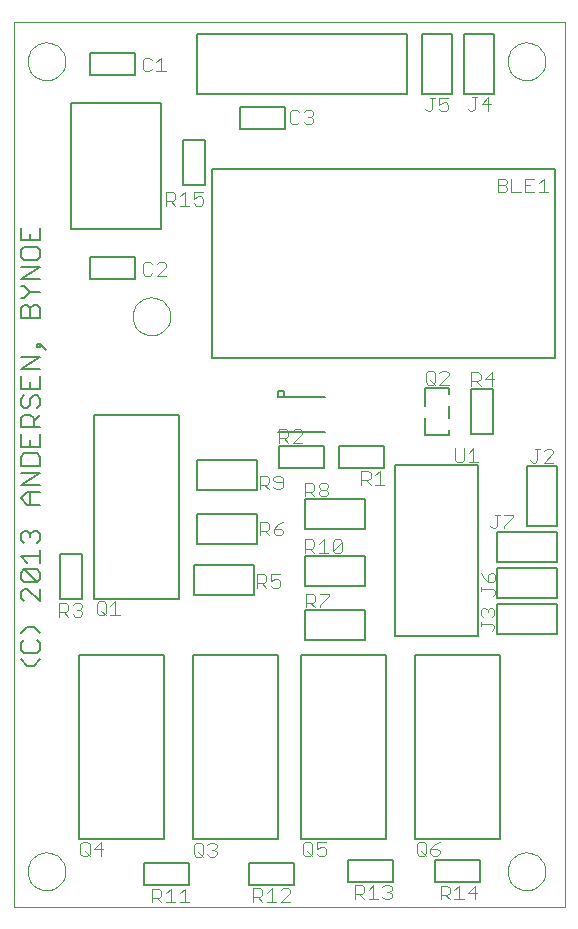
<source format=gto>
G75*
%MOIN*%
%OFA0B0*%
%FSLAX24Y24*%
%IPPOS*%
%LPD*%
%AMOC8*
5,1,8,0,0,1.08239X$1,22.5*
%
%ADD10C,0.0000*%
%ADD11C,0.0080*%
%ADD12C,0.0050*%
%ADD13C,0.0040*%
D10*
X000481Y000150D02*
X000481Y029646D01*
X018851Y029646D01*
X018851Y000150D01*
X000481Y000150D01*
X000941Y001335D02*
X000943Y001385D01*
X000949Y001435D01*
X000959Y001484D01*
X000973Y001532D01*
X000990Y001579D01*
X001011Y001624D01*
X001036Y001668D01*
X001064Y001709D01*
X001096Y001748D01*
X001130Y001785D01*
X001167Y001819D01*
X001207Y001849D01*
X001249Y001876D01*
X001293Y001900D01*
X001339Y001921D01*
X001386Y001937D01*
X001434Y001950D01*
X001484Y001959D01*
X001533Y001964D01*
X001584Y001965D01*
X001634Y001962D01*
X001683Y001955D01*
X001732Y001944D01*
X001780Y001929D01*
X001826Y001911D01*
X001871Y001889D01*
X001914Y001863D01*
X001955Y001834D01*
X001994Y001802D01*
X002030Y001767D01*
X002062Y001729D01*
X002092Y001689D01*
X002119Y001646D01*
X002142Y001602D01*
X002161Y001556D01*
X002177Y001508D01*
X002189Y001459D01*
X002197Y001410D01*
X002201Y001360D01*
X002201Y001310D01*
X002197Y001260D01*
X002189Y001211D01*
X002177Y001162D01*
X002161Y001114D01*
X002142Y001068D01*
X002119Y001024D01*
X002092Y000981D01*
X002062Y000941D01*
X002030Y000903D01*
X001994Y000868D01*
X001955Y000836D01*
X001914Y000807D01*
X001871Y000781D01*
X001826Y000759D01*
X001780Y000741D01*
X001732Y000726D01*
X001683Y000715D01*
X001634Y000708D01*
X001584Y000705D01*
X001533Y000706D01*
X001484Y000711D01*
X001434Y000720D01*
X001386Y000733D01*
X001339Y000749D01*
X001293Y000770D01*
X001249Y000794D01*
X001207Y000821D01*
X001167Y000851D01*
X001130Y000885D01*
X001096Y000922D01*
X001064Y000961D01*
X001036Y001002D01*
X001011Y001046D01*
X000990Y001091D01*
X000973Y001138D01*
X000959Y001186D01*
X000949Y001235D01*
X000943Y001285D01*
X000941Y001335D01*
X004441Y019835D02*
X004443Y019885D01*
X004449Y019935D01*
X004459Y019984D01*
X004473Y020032D01*
X004490Y020079D01*
X004511Y020124D01*
X004536Y020168D01*
X004564Y020209D01*
X004596Y020248D01*
X004630Y020285D01*
X004667Y020319D01*
X004707Y020349D01*
X004749Y020376D01*
X004793Y020400D01*
X004839Y020421D01*
X004886Y020437D01*
X004934Y020450D01*
X004984Y020459D01*
X005033Y020464D01*
X005084Y020465D01*
X005134Y020462D01*
X005183Y020455D01*
X005232Y020444D01*
X005280Y020429D01*
X005326Y020411D01*
X005371Y020389D01*
X005414Y020363D01*
X005455Y020334D01*
X005494Y020302D01*
X005530Y020267D01*
X005562Y020229D01*
X005592Y020189D01*
X005619Y020146D01*
X005642Y020102D01*
X005661Y020056D01*
X005677Y020008D01*
X005689Y019959D01*
X005697Y019910D01*
X005701Y019860D01*
X005701Y019810D01*
X005697Y019760D01*
X005689Y019711D01*
X005677Y019662D01*
X005661Y019614D01*
X005642Y019568D01*
X005619Y019524D01*
X005592Y019481D01*
X005562Y019441D01*
X005530Y019403D01*
X005494Y019368D01*
X005455Y019336D01*
X005414Y019307D01*
X005371Y019281D01*
X005326Y019259D01*
X005280Y019241D01*
X005232Y019226D01*
X005183Y019215D01*
X005134Y019208D01*
X005084Y019205D01*
X005033Y019206D01*
X004984Y019211D01*
X004934Y019220D01*
X004886Y019233D01*
X004839Y019249D01*
X004793Y019270D01*
X004749Y019294D01*
X004707Y019321D01*
X004667Y019351D01*
X004630Y019385D01*
X004596Y019422D01*
X004564Y019461D01*
X004536Y019502D01*
X004511Y019546D01*
X004490Y019591D01*
X004473Y019638D01*
X004459Y019686D01*
X004449Y019735D01*
X004443Y019785D01*
X004441Y019835D01*
X000941Y028335D02*
X000943Y028385D01*
X000949Y028435D01*
X000959Y028484D01*
X000973Y028532D01*
X000990Y028579D01*
X001011Y028624D01*
X001036Y028668D01*
X001064Y028709D01*
X001096Y028748D01*
X001130Y028785D01*
X001167Y028819D01*
X001207Y028849D01*
X001249Y028876D01*
X001293Y028900D01*
X001339Y028921D01*
X001386Y028937D01*
X001434Y028950D01*
X001484Y028959D01*
X001533Y028964D01*
X001584Y028965D01*
X001634Y028962D01*
X001683Y028955D01*
X001732Y028944D01*
X001780Y028929D01*
X001826Y028911D01*
X001871Y028889D01*
X001914Y028863D01*
X001955Y028834D01*
X001994Y028802D01*
X002030Y028767D01*
X002062Y028729D01*
X002092Y028689D01*
X002119Y028646D01*
X002142Y028602D01*
X002161Y028556D01*
X002177Y028508D01*
X002189Y028459D01*
X002197Y028410D01*
X002201Y028360D01*
X002201Y028310D01*
X002197Y028260D01*
X002189Y028211D01*
X002177Y028162D01*
X002161Y028114D01*
X002142Y028068D01*
X002119Y028024D01*
X002092Y027981D01*
X002062Y027941D01*
X002030Y027903D01*
X001994Y027868D01*
X001955Y027836D01*
X001914Y027807D01*
X001871Y027781D01*
X001826Y027759D01*
X001780Y027741D01*
X001732Y027726D01*
X001683Y027715D01*
X001634Y027708D01*
X001584Y027705D01*
X001533Y027706D01*
X001484Y027711D01*
X001434Y027720D01*
X001386Y027733D01*
X001339Y027749D01*
X001293Y027770D01*
X001249Y027794D01*
X001207Y027821D01*
X001167Y027851D01*
X001130Y027885D01*
X001096Y027922D01*
X001064Y027961D01*
X001036Y028002D01*
X001011Y028046D01*
X000990Y028091D01*
X000973Y028138D01*
X000959Y028186D01*
X000949Y028235D01*
X000943Y028285D01*
X000941Y028335D01*
X016941Y028335D02*
X016943Y028385D01*
X016949Y028435D01*
X016959Y028484D01*
X016973Y028532D01*
X016990Y028579D01*
X017011Y028624D01*
X017036Y028668D01*
X017064Y028709D01*
X017096Y028748D01*
X017130Y028785D01*
X017167Y028819D01*
X017207Y028849D01*
X017249Y028876D01*
X017293Y028900D01*
X017339Y028921D01*
X017386Y028937D01*
X017434Y028950D01*
X017484Y028959D01*
X017533Y028964D01*
X017584Y028965D01*
X017634Y028962D01*
X017683Y028955D01*
X017732Y028944D01*
X017780Y028929D01*
X017826Y028911D01*
X017871Y028889D01*
X017914Y028863D01*
X017955Y028834D01*
X017994Y028802D01*
X018030Y028767D01*
X018062Y028729D01*
X018092Y028689D01*
X018119Y028646D01*
X018142Y028602D01*
X018161Y028556D01*
X018177Y028508D01*
X018189Y028459D01*
X018197Y028410D01*
X018201Y028360D01*
X018201Y028310D01*
X018197Y028260D01*
X018189Y028211D01*
X018177Y028162D01*
X018161Y028114D01*
X018142Y028068D01*
X018119Y028024D01*
X018092Y027981D01*
X018062Y027941D01*
X018030Y027903D01*
X017994Y027868D01*
X017955Y027836D01*
X017914Y027807D01*
X017871Y027781D01*
X017826Y027759D01*
X017780Y027741D01*
X017732Y027726D01*
X017683Y027715D01*
X017634Y027708D01*
X017584Y027705D01*
X017533Y027706D01*
X017484Y027711D01*
X017434Y027720D01*
X017386Y027733D01*
X017339Y027749D01*
X017293Y027770D01*
X017249Y027794D01*
X017207Y027821D01*
X017167Y027851D01*
X017130Y027885D01*
X017096Y027922D01*
X017064Y027961D01*
X017036Y028002D01*
X017011Y028046D01*
X016990Y028091D01*
X016973Y028138D01*
X016959Y028186D01*
X016949Y028235D01*
X016943Y028285D01*
X016941Y028335D01*
X016941Y001335D02*
X016943Y001385D01*
X016949Y001435D01*
X016959Y001484D01*
X016973Y001532D01*
X016990Y001579D01*
X017011Y001624D01*
X017036Y001668D01*
X017064Y001709D01*
X017096Y001748D01*
X017130Y001785D01*
X017167Y001819D01*
X017207Y001849D01*
X017249Y001876D01*
X017293Y001900D01*
X017339Y001921D01*
X017386Y001937D01*
X017434Y001950D01*
X017484Y001959D01*
X017533Y001964D01*
X017584Y001965D01*
X017634Y001962D01*
X017683Y001955D01*
X017732Y001944D01*
X017780Y001929D01*
X017826Y001911D01*
X017871Y001889D01*
X017914Y001863D01*
X017955Y001834D01*
X017994Y001802D01*
X018030Y001767D01*
X018062Y001729D01*
X018092Y001689D01*
X018119Y001646D01*
X018142Y001602D01*
X018161Y001556D01*
X018177Y001508D01*
X018189Y001459D01*
X018197Y001410D01*
X018201Y001360D01*
X018201Y001310D01*
X018197Y001260D01*
X018189Y001211D01*
X018177Y001162D01*
X018161Y001114D01*
X018142Y001068D01*
X018119Y001024D01*
X018092Y000981D01*
X018062Y000941D01*
X018030Y000903D01*
X017994Y000868D01*
X017955Y000836D01*
X017914Y000807D01*
X017871Y000781D01*
X017826Y000759D01*
X017780Y000741D01*
X017732Y000726D01*
X017683Y000715D01*
X017634Y000708D01*
X017584Y000705D01*
X017533Y000706D01*
X017484Y000711D01*
X017434Y000720D01*
X017386Y000733D01*
X017339Y000749D01*
X017293Y000770D01*
X017249Y000794D01*
X017207Y000821D01*
X017167Y000851D01*
X017130Y000885D01*
X017096Y000922D01*
X017064Y000961D01*
X017036Y001002D01*
X017011Y001046D01*
X016990Y001091D01*
X016973Y001138D01*
X016959Y001186D01*
X016949Y001235D01*
X016943Y001285D01*
X016941Y001335D01*
D11*
X001553Y018718D02*
X001346Y018924D01*
X001346Y018821D01*
X001243Y018821D01*
X001243Y018924D01*
X001346Y018924D01*
X001346Y018487D02*
X000726Y018487D01*
X000726Y018073D02*
X001346Y018487D01*
X001346Y018073D02*
X000726Y018073D01*
X000726Y017842D02*
X000726Y017429D01*
X001346Y017429D01*
X001346Y017842D01*
X001036Y017635D02*
X001036Y017429D01*
X001139Y017198D02*
X001243Y017198D01*
X001346Y017094D01*
X001346Y016887D01*
X001243Y016784D01*
X001036Y016887D02*
X001036Y017094D01*
X001139Y017198D01*
X000829Y017198D02*
X000726Y017094D01*
X000726Y016887D01*
X000829Y016784D01*
X000933Y016784D01*
X001036Y016887D01*
X001036Y016553D02*
X000829Y016553D01*
X000726Y016450D01*
X000726Y016139D01*
X001346Y016139D01*
X001346Y015909D02*
X001346Y015495D01*
X000726Y015495D01*
X000726Y015909D01*
X001036Y015702D02*
X001036Y015495D01*
X001243Y015264D02*
X000829Y015264D01*
X000726Y015161D01*
X000726Y014850D01*
X001346Y014850D01*
X001346Y015161D01*
X001243Y015264D01*
X001346Y014619D02*
X000726Y014619D01*
X000726Y014206D02*
X001346Y014619D01*
X001346Y014206D02*
X000726Y014206D01*
X000933Y013975D02*
X000726Y013768D01*
X000933Y013561D01*
X001346Y013561D01*
X001346Y013975D02*
X000933Y013975D01*
X001036Y013975D02*
X001036Y013561D01*
X001139Y012686D02*
X001243Y012686D01*
X001346Y012582D01*
X001346Y012376D01*
X001243Y012272D01*
X001346Y012041D02*
X001346Y011628D01*
X001346Y011834D02*
X000726Y011834D01*
X000933Y011628D01*
X000829Y011397D02*
X001243Y010983D01*
X001346Y011086D01*
X001346Y011293D01*
X001243Y011397D01*
X000829Y011397D01*
X000726Y011293D01*
X000726Y011086D01*
X000829Y010983D01*
X001243Y010983D01*
X001346Y010752D02*
X001346Y010338D01*
X000933Y010752D01*
X000829Y010752D01*
X000726Y010649D01*
X000726Y010442D01*
X000829Y010338D01*
X000933Y009471D02*
X000726Y009264D01*
X000829Y009033D02*
X000726Y008930D01*
X000726Y008723D01*
X000829Y008620D01*
X001243Y008620D01*
X001346Y008723D01*
X001346Y008930D01*
X001243Y009033D01*
X001346Y009264D02*
X001139Y009471D01*
X000933Y009471D01*
X000726Y008397D02*
X000933Y008190D01*
X001139Y008190D01*
X001346Y008397D01*
X000829Y012272D02*
X000726Y012376D01*
X000726Y012582D01*
X000829Y012686D01*
X000933Y012686D01*
X001036Y012582D01*
X001139Y012686D01*
X001036Y012582D02*
X001036Y012479D01*
X001139Y016139D02*
X001139Y016450D01*
X001036Y016553D01*
X001139Y016346D02*
X001346Y016553D01*
X001346Y019792D02*
X000726Y019792D01*
X000726Y020102D01*
X000829Y020206D01*
X000933Y020206D01*
X001036Y020102D01*
X001036Y019792D01*
X001036Y020102D02*
X001139Y020206D01*
X001243Y020206D01*
X001346Y020102D01*
X001346Y019792D01*
X000829Y020436D02*
X001036Y020643D01*
X001346Y020643D01*
X001346Y021081D02*
X000726Y021081D01*
X001346Y021495D01*
X000726Y021495D01*
X000829Y021726D02*
X000726Y021829D01*
X000726Y022036D01*
X000829Y022139D01*
X001243Y022139D01*
X001346Y022036D01*
X001346Y021829D01*
X001243Y021726D01*
X000829Y021726D01*
X000726Y022370D02*
X001346Y022370D01*
X001346Y022784D01*
X001036Y022577D02*
X001036Y022370D01*
X000726Y022370D02*
X000726Y022784D01*
X000726Y020850D02*
X000829Y020850D01*
X001036Y020643D01*
X000829Y020436D02*
X000726Y020436D01*
D12*
X002381Y022750D02*
X002381Y026950D01*
X005381Y026950D01*
X005381Y022750D01*
X002381Y022750D01*
X003031Y021825D02*
X003031Y021075D01*
X004531Y021075D01*
X004531Y021825D01*
X003031Y021825D01*
X006106Y024200D02*
X006856Y024200D01*
X006856Y025700D01*
X006106Y025700D01*
X006106Y024200D01*
X007103Y024759D02*
X018520Y024759D01*
X018520Y018459D01*
X007103Y018459D01*
X007103Y024759D01*
X008031Y026075D02*
X008031Y026825D01*
X009531Y026825D01*
X009531Y026075D01*
X008031Y026075D01*
X006581Y027250D02*
X013581Y027250D01*
X013581Y029250D01*
X006581Y029250D01*
X006581Y027250D01*
X004531Y027875D02*
X004531Y028625D01*
X003031Y028625D01*
X003031Y027875D01*
X004531Y027875D01*
X009284Y017344D02*
X009284Y017147D01*
X009481Y017147D01*
X009481Y017344D01*
X009284Y017344D01*
X009481Y017147D02*
X010859Y017147D01*
X010859Y015966D02*
X009284Y015966D01*
X009331Y015525D02*
X009331Y014775D01*
X010831Y014775D01*
X010831Y015525D01*
X009331Y015525D01*
X008581Y015050D02*
X006581Y015050D01*
X006581Y014050D01*
X008581Y014050D01*
X008581Y015050D01*
X008581Y013250D02*
X006581Y013250D01*
X006581Y012250D01*
X008581Y012250D01*
X008581Y013250D01*
X008481Y011550D02*
X006481Y011550D01*
X006481Y010550D01*
X008481Y010550D01*
X008481Y011550D01*
X010181Y011850D02*
X010181Y010850D01*
X012181Y010850D01*
X012181Y011850D01*
X010181Y011850D01*
X010181Y012750D02*
X012181Y012750D01*
X012181Y013750D01*
X010181Y013750D01*
X010181Y012750D01*
X011331Y014775D02*
X011331Y015525D01*
X012831Y015525D01*
X012831Y014775D01*
X011331Y014775D01*
X013203Y014887D02*
X015959Y014887D01*
X015959Y009178D01*
X013203Y009178D01*
X013203Y014887D01*
X014187Y015863D02*
X014974Y015863D01*
X014974Y016059D01*
X014974Y016453D02*
X014974Y016847D01*
X014974Y017241D02*
X014974Y017437D01*
X014187Y017437D01*
X014187Y016847D01*
X014187Y016453D02*
X014187Y015863D01*
X015706Y015900D02*
X016456Y015900D01*
X016456Y017400D01*
X015706Y017400D01*
X015706Y015900D01*
X017581Y014850D02*
X017581Y012850D01*
X018581Y012850D01*
X018581Y014850D01*
X017581Y014850D01*
X016581Y012650D02*
X018581Y012650D01*
X018581Y011650D01*
X016581Y011650D01*
X016581Y012650D01*
X016581Y011450D02*
X018581Y011450D01*
X018581Y010450D01*
X016581Y010450D01*
X016581Y011450D01*
X016581Y010250D02*
X018581Y010250D01*
X018581Y009250D01*
X016581Y009250D01*
X016581Y010250D01*
X016698Y008547D02*
X013863Y008547D01*
X013863Y002405D01*
X016698Y002405D01*
X016698Y008547D01*
X012898Y008547D02*
X012898Y002405D01*
X010063Y002405D01*
X010063Y008547D01*
X012898Y008547D01*
X012181Y009050D02*
X012181Y010050D01*
X010181Y010050D01*
X010181Y009050D01*
X012181Y009050D01*
X009298Y008547D02*
X006463Y008547D01*
X006463Y002405D01*
X009298Y002405D01*
X009298Y008547D01*
X005998Y010405D02*
X005998Y016547D01*
X003163Y016547D01*
X003163Y010405D01*
X005998Y010405D01*
X005498Y008547D02*
X002663Y008547D01*
X002663Y002405D01*
X005498Y002405D01*
X005498Y008547D01*
X002756Y010400D02*
X002006Y010400D01*
X002006Y011900D01*
X002756Y011900D01*
X002756Y010400D01*
X004831Y001625D02*
X004831Y000875D01*
X006331Y000875D01*
X006331Y001625D01*
X004831Y001625D01*
X008331Y001625D02*
X008331Y000875D01*
X009831Y000875D01*
X009831Y001625D01*
X008331Y001625D01*
X011631Y001725D02*
X011631Y000975D01*
X013131Y000975D01*
X013131Y001725D01*
X011631Y001725D01*
X014531Y001725D02*
X014531Y000975D01*
X016031Y000975D01*
X016031Y001725D01*
X014531Y001725D01*
X014081Y027250D02*
X014081Y029250D01*
X015081Y029250D01*
X015081Y027250D01*
X014081Y027250D01*
X015481Y027250D02*
X015481Y029250D01*
X016481Y029250D01*
X016481Y027250D01*
X015481Y027250D01*
D13*
X015767Y027130D02*
X015920Y027130D01*
X015844Y027130D02*
X015844Y026747D01*
X015767Y026670D01*
X015690Y026670D01*
X015613Y026747D01*
X016074Y026900D02*
X016381Y026900D01*
X016304Y026670D02*
X016304Y027130D01*
X016074Y026900D01*
X014967Y026894D02*
X014967Y026740D01*
X014891Y026664D01*
X014737Y026664D01*
X014660Y026740D01*
X014660Y026894D02*
X014814Y026971D01*
X014891Y026971D01*
X014967Y026894D01*
X014967Y027124D02*
X014660Y027124D01*
X014660Y026894D01*
X014507Y027124D02*
X014353Y027124D01*
X014430Y027124D02*
X014430Y026740D01*
X014353Y026664D01*
X014277Y026664D01*
X014200Y026740D01*
X016610Y024428D02*
X016610Y023968D01*
X016840Y023968D01*
X016917Y024045D01*
X016917Y024121D01*
X016840Y024198D01*
X016610Y024198D01*
X016840Y024198D02*
X016917Y024275D01*
X016917Y024352D01*
X016840Y024428D01*
X016610Y024428D01*
X017070Y024428D02*
X017070Y023968D01*
X017377Y023968D01*
X017531Y023968D02*
X017531Y024428D01*
X017838Y024428D01*
X017991Y024275D02*
X018145Y024428D01*
X018145Y023968D01*
X018298Y023968D02*
X017991Y023968D01*
X017838Y023968D02*
X017531Y023968D01*
X017531Y024198D02*
X017684Y024198D01*
X016424Y017971D02*
X016193Y017740D01*
X016500Y017740D01*
X016424Y017510D02*
X016424Y017971D01*
X016040Y017894D02*
X016040Y017740D01*
X015963Y017664D01*
X015733Y017664D01*
X015886Y017664D02*
X016040Y017510D01*
X015733Y017510D02*
X015733Y017971D01*
X015963Y017971D01*
X016040Y017894D01*
X014977Y017868D02*
X014977Y017945D01*
X014900Y018022D01*
X014746Y018022D01*
X014670Y017945D01*
X014516Y017945D02*
X014516Y017638D01*
X014440Y017561D01*
X014286Y017561D01*
X014209Y017638D01*
X014209Y017945D01*
X014286Y018022D01*
X014440Y018022D01*
X014516Y017945D01*
X014363Y017715D02*
X014516Y017561D01*
X014670Y017561D02*
X014977Y017868D01*
X014977Y017561D02*
X014670Y017561D01*
X015184Y015430D02*
X015184Y015047D01*
X015261Y014970D01*
X015414Y014970D01*
X015491Y015047D01*
X015491Y015430D01*
X015644Y015277D02*
X015798Y015430D01*
X015798Y014970D01*
X015951Y014970D02*
X015644Y014970D01*
X016522Y013229D02*
X016676Y013229D01*
X016599Y013229D02*
X016599Y012845D01*
X016522Y012768D01*
X016446Y012768D01*
X016369Y012845D01*
X016829Y012845D02*
X016829Y012768D01*
X016829Y012845D02*
X017136Y013152D01*
X017136Y013229D01*
X016829Y013229D01*
X017779Y014959D02*
X017856Y014959D01*
X017933Y015036D01*
X017933Y015419D01*
X017856Y015419D02*
X018010Y015419D01*
X018163Y015343D02*
X018240Y015419D01*
X018393Y015419D01*
X018470Y015343D01*
X018470Y015266D01*
X018163Y014959D01*
X018470Y014959D01*
X017779Y014959D02*
X017703Y015036D01*
X016454Y011278D02*
X016377Y011278D01*
X016301Y011201D01*
X016301Y010971D01*
X016454Y010971D01*
X016531Y011048D01*
X016531Y011201D01*
X016454Y011278D01*
X016147Y011124D02*
X016301Y010971D01*
X016147Y011124D02*
X016070Y011278D01*
X016070Y010818D02*
X016070Y010664D01*
X016070Y010741D02*
X016454Y010741D01*
X016531Y010664D01*
X016531Y010587D01*
X016454Y010511D01*
X016426Y010120D02*
X016502Y010044D01*
X016502Y009890D01*
X016426Y009814D01*
X016272Y009967D02*
X016272Y010044D01*
X016349Y010120D01*
X016426Y010120D01*
X016272Y010044D02*
X016196Y010120D01*
X016119Y010120D01*
X016042Y010044D01*
X016042Y009890D01*
X016119Y009814D01*
X016042Y009660D02*
X016042Y009507D01*
X016042Y009583D02*
X016426Y009583D01*
X016502Y009507D01*
X016502Y009430D01*
X016426Y009353D01*
X012837Y014229D02*
X012530Y014229D01*
X012377Y014229D02*
X012223Y014383D01*
X012300Y014383D02*
X012070Y014383D01*
X012070Y014229D02*
X012070Y014689D01*
X012300Y014689D01*
X012377Y014613D01*
X012377Y014459D01*
X012300Y014383D01*
X012530Y014536D02*
X012684Y014689D01*
X012684Y014229D01*
X011348Y012399D02*
X011424Y012323D01*
X011118Y012016D01*
X011194Y011939D01*
X011348Y011939D01*
X011424Y012016D01*
X011424Y012323D01*
X011348Y012399D02*
X011194Y012399D01*
X011118Y012323D01*
X011118Y012016D01*
X010964Y011939D02*
X010657Y011939D01*
X010504Y011939D02*
X010350Y012092D01*
X010427Y012092D02*
X010197Y012092D01*
X010197Y011939D02*
X010197Y012399D01*
X010427Y012399D01*
X010504Y012323D01*
X010504Y012169D01*
X010427Y012092D01*
X010657Y012246D02*
X010811Y012399D01*
X010811Y011939D01*
X010673Y010591D02*
X010980Y010591D01*
X010980Y010515D01*
X010673Y010208D01*
X010673Y010131D01*
X010519Y010131D02*
X010366Y010284D01*
X010443Y010284D02*
X010213Y010284D01*
X010213Y010131D02*
X010213Y010591D01*
X010443Y010591D01*
X010519Y010515D01*
X010519Y010361D01*
X010443Y010284D01*
X009355Y010857D02*
X009278Y010781D01*
X009125Y010781D01*
X009048Y010857D01*
X009048Y011011D02*
X009202Y011088D01*
X009278Y011088D01*
X009355Y011011D01*
X009355Y010857D01*
X009355Y011241D02*
X009048Y011241D01*
X009048Y011011D01*
X008895Y011011D02*
X008895Y011164D01*
X008818Y011241D01*
X008588Y011241D01*
X008588Y010781D01*
X008588Y010934D02*
X008818Y010934D01*
X008895Y011011D01*
X008741Y010934D02*
X008895Y010781D01*
X008995Y012532D02*
X008841Y012685D01*
X008918Y012685D02*
X008688Y012685D01*
X008688Y012532D02*
X008688Y012992D01*
X008918Y012992D01*
X008995Y012915D01*
X008995Y012762D01*
X008918Y012685D01*
X009148Y012609D02*
X009225Y012532D01*
X009378Y012532D01*
X009455Y012609D01*
X009455Y012685D01*
X009378Y012762D01*
X009148Y012762D01*
X009148Y012609D01*
X009148Y012762D02*
X009302Y012915D01*
X009455Y012992D01*
X009367Y014068D02*
X009213Y014068D01*
X009136Y014145D01*
X008983Y014068D02*
X008829Y014221D01*
X008906Y014221D02*
X008676Y014221D01*
X008676Y014068D02*
X008676Y014528D01*
X008906Y014528D01*
X008983Y014452D01*
X008983Y014298D01*
X008906Y014221D01*
X009136Y014375D02*
X009213Y014298D01*
X009443Y014298D01*
X009443Y014145D02*
X009443Y014452D01*
X009367Y014528D01*
X009213Y014528D01*
X009136Y014452D01*
X009136Y014375D01*
X009443Y014145D02*
X009367Y014068D01*
X010189Y013984D02*
X010419Y013984D01*
X010496Y014061D01*
X010496Y014215D01*
X010419Y014291D01*
X010189Y014291D01*
X010189Y013831D01*
X010342Y013984D02*
X010496Y013831D01*
X010649Y013908D02*
X010649Y013984D01*
X010726Y014061D01*
X010879Y014061D01*
X010956Y013984D01*
X010956Y013908D01*
X010879Y013831D01*
X010726Y013831D01*
X010649Y013908D01*
X010726Y014061D02*
X010649Y014138D01*
X010649Y014215D01*
X010726Y014291D01*
X010879Y014291D01*
X010956Y014215D01*
X010956Y014138D01*
X010879Y014061D01*
X010097Y015611D02*
X009790Y015611D01*
X010097Y015918D01*
X010097Y015995D01*
X010020Y016071D01*
X009867Y016071D01*
X009790Y015995D01*
X009636Y015995D02*
X009636Y015841D01*
X009560Y015764D01*
X009330Y015764D01*
X009483Y015764D02*
X009636Y015611D01*
X009330Y015611D02*
X009330Y016071D01*
X009560Y016071D01*
X009636Y015995D01*
X005552Y021187D02*
X005245Y021187D01*
X005552Y021493D01*
X005552Y021570D01*
X005476Y021647D01*
X005322Y021647D01*
X005245Y021570D01*
X005092Y021570D02*
X005015Y021647D01*
X004862Y021647D01*
X004785Y021570D01*
X004785Y021263D01*
X004862Y021187D01*
X005015Y021187D01*
X005092Y021263D01*
X005560Y023524D02*
X005560Y023985D01*
X005790Y023985D01*
X005867Y023908D01*
X005867Y023755D01*
X005790Y023678D01*
X005560Y023678D01*
X005713Y023678D02*
X005867Y023524D01*
X006020Y023524D02*
X006327Y023524D01*
X006174Y023524D02*
X006174Y023985D01*
X006020Y023831D01*
X006480Y023755D02*
X006634Y023831D01*
X006711Y023831D01*
X006787Y023755D01*
X006787Y023601D01*
X006711Y023524D01*
X006557Y023524D01*
X006480Y023601D01*
X006480Y023755D02*
X006480Y023985D01*
X006787Y023985D01*
X005539Y027999D02*
X005232Y027999D01*
X005385Y027999D02*
X005385Y028460D01*
X005232Y028306D01*
X005079Y028383D02*
X005002Y028460D01*
X004848Y028460D01*
X004772Y028383D01*
X004772Y028076D01*
X004848Y027999D01*
X005002Y027999D01*
X005079Y028076D01*
X009683Y026633D02*
X009683Y026326D01*
X009759Y026250D01*
X009913Y026250D01*
X009990Y026326D01*
X010143Y026326D02*
X010220Y026250D01*
X010373Y026250D01*
X010450Y026326D01*
X010450Y026403D01*
X010373Y026480D01*
X010296Y026480D01*
X010373Y026480D02*
X010450Y026556D01*
X010450Y026633D01*
X010373Y026710D01*
X010220Y026710D01*
X010143Y026633D01*
X009990Y026633D02*
X009913Y026710D01*
X009759Y026710D01*
X009683Y026633D01*
X003856Y010334D02*
X003703Y010181D01*
X003549Y010258D02*
X003549Y009951D01*
X003473Y009874D01*
X003319Y009874D01*
X003242Y009951D01*
X003242Y010258D01*
X003319Y010334D01*
X003473Y010334D01*
X003549Y010258D01*
X003396Y010027D02*
X003549Y009874D01*
X003703Y009874D02*
X004010Y009874D01*
X003856Y009874D02*
X003856Y010334D01*
X002753Y010210D02*
X002753Y010133D01*
X002676Y010056D01*
X002753Y009979D01*
X002753Y009903D01*
X002676Y009826D01*
X002523Y009826D01*
X002446Y009903D01*
X002292Y009826D02*
X002139Y009979D01*
X002216Y009979D02*
X001985Y009979D01*
X001985Y009826D02*
X001985Y010286D01*
X002216Y010286D01*
X002292Y010210D01*
X002292Y010056D01*
X002216Y009979D01*
X002446Y010210D02*
X002523Y010286D01*
X002676Y010286D01*
X002753Y010210D01*
X002676Y010056D02*
X002599Y010056D01*
X002780Y002307D02*
X002933Y002307D01*
X003010Y002230D01*
X003010Y001923D01*
X002933Y001846D01*
X002780Y001846D01*
X002703Y001923D01*
X002703Y002230D01*
X002780Y002307D01*
X002857Y002000D02*
X003010Y001846D01*
X003163Y002077D02*
X003470Y002077D01*
X003394Y002307D02*
X003163Y002077D01*
X003394Y002307D02*
X003394Y001846D01*
X005097Y000758D02*
X005097Y000298D01*
X005097Y000451D02*
X005328Y000451D01*
X005404Y000528D01*
X005404Y000681D01*
X005328Y000758D01*
X005097Y000758D01*
X005251Y000451D02*
X005404Y000298D01*
X005558Y000298D02*
X005865Y000298D01*
X006018Y000298D02*
X006325Y000298D01*
X006172Y000298D02*
X006172Y000758D01*
X006018Y000604D01*
X005711Y000758D02*
X005711Y000298D01*
X005558Y000604D02*
X005711Y000758D01*
X006552Y001827D02*
X006476Y001903D01*
X006476Y002210D01*
X006552Y002287D01*
X006706Y002287D01*
X006782Y002210D01*
X006782Y001903D01*
X006706Y001827D01*
X006552Y001827D01*
X006629Y001980D02*
X006782Y001827D01*
X006936Y001903D02*
X007013Y001827D01*
X007166Y001827D01*
X007243Y001903D01*
X007243Y001980D01*
X007166Y002057D01*
X007089Y002057D01*
X007166Y002057D02*
X007243Y002134D01*
X007243Y002210D01*
X007166Y002287D01*
X007013Y002287D01*
X006936Y002210D01*
X008460Y000778D02*
X008460Y000317D01*
X008460Y000471D02*
X008690Y000471D01*
X008767Y000547D01*
X008767Y000701D01*
X008690Y000778D01*
X008460Y000778D01*
X008613Y000471D02*
X008767Y000317D01*
X008920Y000317D02*
X009227Y000317D01*
X009074Y000317D02*
X009074Y000778D01*
X008920Y000624D01*
X009380Y000701D02*
X009457Y000778D01*
X009611Y000778D01*
X009687Y000701D01*
X009687Y000624D01*
X009380Y000317D01*
X009687Y000317D01*
X010192Y001846D02*
X010115Y001923D01*
X010115Y002230D01*
X010192Y002307D01*
X010345Y002307D01*
X010422Y002230D01*
X010422Y001923D01*
X010345Y001846D01*
X010192Y001846D01*
X010268Y002000D02*
X010422Y001846D01*
X010575Y001923D02*
X010652Y001846D01*
X010805Y001846D01*
X010882Y001923D01*
X010882Y002077D01*
X010805Y002153D01*
X010729Y002153D01*
X010575Y002077D01*
X010575Y002307D01*
X010882Y002307D01*
X011850Y000878D02*
X012080Y000878D01*
X012157Y000801D01*
X012157Y000647D01*
X012080Y000571D01*
X011850Y000571D01*
X012004Y000571D02*
X012157Y000417D01*
X012311Y000417D02*
X012618Y000417D01*
X012464Y000417D02*
X012464Y000878D01*
X012311Y000724D01*
X011850Y000878D02*
X011850Y000417D01*
X012771Y000494D02*
X012848Y000417D01*
X013001Y000417D01*
X013078Y000494D01*
X013078Y000571D01*
X013001Y000647D01*
X012924Y000647D01*
X013001Y000647D02*
X013078Y000724D01*
X013078Y000801D01*
X013001Y000878D01*
X012848Y000878D01*
X012771Y000801D01*
X013911Y001935D02*
X013988Y001858D01*
X014141Y001858D01*
X014218Y001935D01*
X014218Y002242D01*
X014141Y002319D01*
X013988Y002319D01*
X013911Y002242D01*
X013911Y001935D01*
X014064Y002012D02*
X014218Y001858D01*
X014371Y001935D02*
X014371Y002088D01*
X014602Y002088D01*
X014678Y002012D01*
X014678Y001935D01*
X014602Y001858D01*
X014448Y001858D01*
X014371Y001935D01*
X014371Y002088D02*
X014525Y002242D01*
X014678Y002319D01*
X014707Y000858D02*
X014937Y000858D01*
X015014Y000781D01*
X015014Y000628D01*
X014937Y000551D01*
X014707Y000551D01*
X014860Y000551D02*
X015014Y000398D01*
X015167Y000398D02*
X015474Y000398D01*
X015321Y000398D02*
X015321Y000858D01*
X015167Y000704D01*
X014707Y000858D02*
X014707Y000398D01*
X015628Y000628D02*
X015935Y000628D01*
X015858Y000858D02*
X015628Y000628D01*
X015858Y000398D02*
X015858Y000858D01*
M02*

</source>
